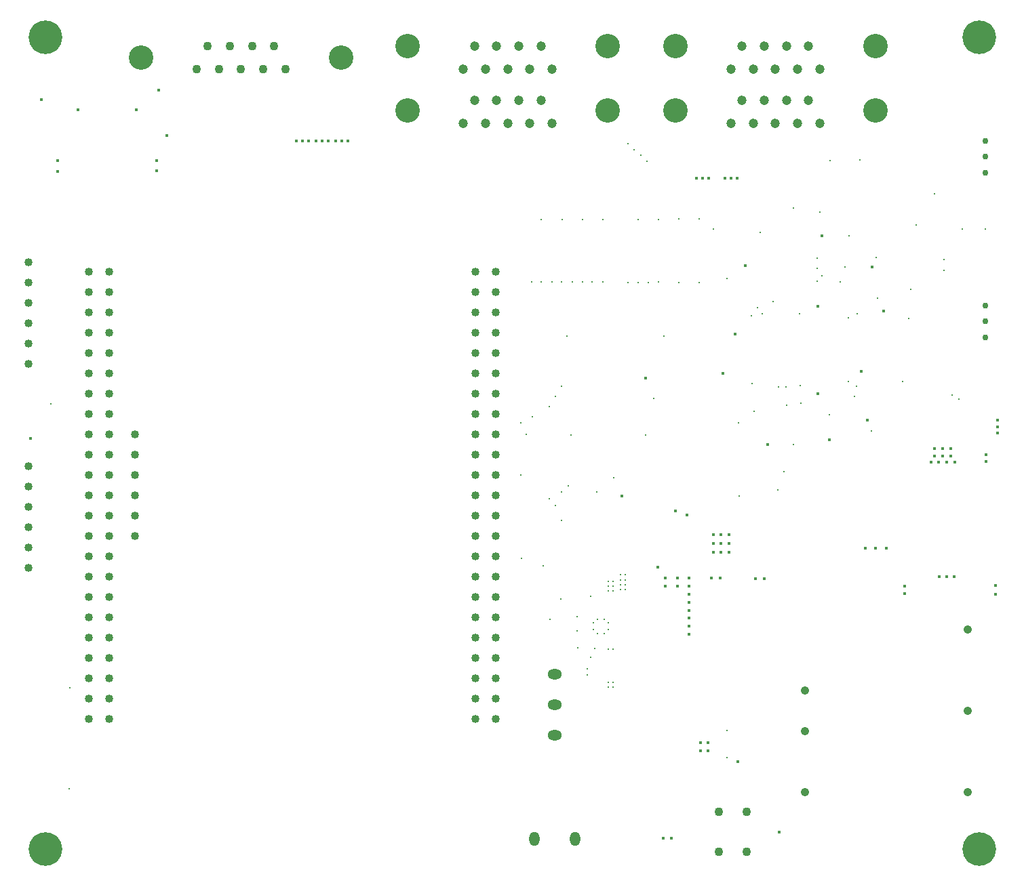
<source format=gbr>
%FSTAX23Y23*%
%MOIN*%
%SFA1B1*%

%IPPOS*%
%ADD135C,0.030000*%
%ADD136C,0.120000*%
%ADD137C,0.047000*%
%ADD138C,0.041339*%
%ADD139C,0.040000*%
%ADD140O,0.051181X0.070866*%
%ADD141O,0.070866X0.051181*%
%ADD142C,0.040000*%
%ADD143C,0.043307*%
%ADD144C,0.042913*%
%ADD145C,0.120079*%
%ADD146C,0.165354*%
%ADD147C,0.015748*%
%ADD148C,0.011811*%
%ADD149C,0.012000*%
%LNhardwarecontrollerpcb_pth_drill-1*%
%LPD*%
G54D135*
X04761Y02816D03*
Y02738D03*
Y02659D03*
Y03625D03*
Y03547D03*
Y03468D03*
G54D136*
X0422Y03775D03*
Y0409D03*
X03236Y03775D03*
Y0409D03*
X01921Y0409D03*
Y03775D03*
X02905Y0409D03*
Y03775D03*
G54D137*
X03892Y0409D03*
X03783D03*
X03674D03*
X03565D03*
X03946Y03978D03*
X03837D03*
X03728D03*
X03619D03*
X0351D03*
Y03712D03*
X03619D03*
X03728D03*
X03837D03*
X03946D03*
X03565Y03824D03*
X03674D03*
X03783D03*
X03892D03*
X02576Y03824D03*
X02467D03*
X02358D03*
X02249D03*
X02631Y03712D03*
X02522D03*
X02413D03*
X02304D03*
X02195D03*
Y03978D03*
X02304D03*
X02413D03*
X02522D03*
X02631D03*
X02249Y0409D03*
X02358D03*
X02467D03*
X02576D03*
G54D138*
X04675Y0042D03*
Y0082D03*
Y0122D03*
X03875Y0042D03*
Y0072D03*
Y0092D03*
G54D139*
X02255Y00781D03*
X02355D03*
X02255Y00881D03*
X02355D03*
X02255Y00981D03*
X02355D03*
X02255Y01081D03*
X02355D03*
X02255Y01181D03*
X02355D03*
X02255Y01281D03*
X02355D03*
X02255Y01381D03*
X02355D03*
X02255Y01481D03*
X02355D03*
X02255Y01581D03*
X02355D03*
X02255Y01681D03*
X02355D03*
X02255Y01781D03*
X02355D03*
X02255Y01881D03*
X02355D03*
X02255Y01981D03*
X02355D03*
X02255Y02081D03*
X02355D03*
X02255Y02181D03*
X02355D03*
X02255Y02281D03*
X02355D03*
X02255Y02381D03*
X02355D03*
X02255Y02481D03*
X02355D03*
X02255Y02581D03*
X02355D03*
X02255Y02681D03*
X02355D03*
X02255Y02781D03*
X02355D03*
X02255Y02881D03*
X02355D03*
X02255Y02981D03*
X02355D03*
X00355Y00781D03*
X00455D03*
X00355Y00881D03*
X00455D03*
X00355Y00981D03*
X00455D03*
X00355Y01081D03*
X00455D03*
X00355Y01181D03*
X00455D03*
X00355Y01281D03*
X00455D03*
X00355Y01381D03*
X00455D03*
X00355Y01481D03*
X00455D03*
X00355Y01581D03*
X00455D03*
X00355Y01681D03*
X00455D03*
X00355Y01781D03*
X00455D03*
X00355Y01881D03*
X00455D03*
X00355Y01981D03*
X00455D03*
X00355Y02081D03*
X00455D03*
X00355Y02181D03*
X00455D03*
X00355Y02281D03*
X00455D03*
X00355Y02381D03*
X00455D03*
X00355Y02481D03*
X00455D03*
X00355Y02581D03*
X00455D03*
X00355Y02681D03*
X00455D03*
X00355Y02781D03*
X00455D03*
X00355Y02881D03*
X00455D03*
X00355Y02981D03*
X00455D03*
X0058Y01681D03*
Y01781D03*
Y01881D03*
Y01981D03*
Y02081D03*
Y02181D03*
X00057Y02528D03*
Y02628D03*
Y02728D03*
X00057Y02828D03*
X00057Y02928D03*
Y03028D03*
G54D140*
X02543Y00192D03*
X02744D03*
G54D141*
X02643Y007D03*
Y0085D03*
Y01D03*
G54D142*
X00057Y02023D03*
Y01923D03*
Y01823D03*
Y01623D03*
Y01523D03*
Y01723D03*
G54D143*
X03449Y00127D03*
X03586D03*
X03449Y00324D03*
X03586D03*
G54D144*
X00883Y03979D03*
X00993D03*
X01102D03*
X01211D03*
X0132D03*
X00938Y04091D03*
X01047D03*
X01156D03*
X01265D03*
G54D145*
X01594Y04035D03*
X00609D03*
G54D146*
X0473Y00141D03*
Y04133D03*
X00141D03*
Y00141D03*
G54D147*
X00068Y02161D03*
X04273Y01622D03*
X04222D03*
X04169D03*
X03545Y0057D03*
X0012Y03828D03*
X03472Y02481D03*
X04181Y02251D03*
X04149Y0249D03*
X04262Y02787D03*
X03529Y02673D03*
X0461Y02045D03*
X04551Y02112D03*
X04511D03*
Y02076D03*
X04822Y02187D03*
Y02218D03*
Y0225D03*
X04535Y0148D03*
X04606D03*
X0457D03*
X03938Y02812D03*
Y02381D03*
X0369Y0213D03*
X03995Y02153D03*
X04204Y03003D03*
X03956Y03158D03*
X0358Y03012D03*
X03341Y0344D03*
X034D03*
X03481D03*
X0351D03*
X0354D03*
X0337D03*
X03092Y02458D03*
X02974Y01877D03*
X0459Y02112D03*
Y02076D03*
X04551D03*
X04494Y02045D03*
X04531D03*
X0457D03*
X04765Y02047D03*
Y0208D03*
X04364Y01399D03*
Y01433D03*
X04811Y01437D03*
Y01395D03*
X01568Y03624D03*
X01627D03*
X01598D03*
X01403Y03625D03*
X01531D03*
X01501D03*
X01472D03*
X01433D03*
X01374D03*
X03238Y01805D03*
X03295Y01783D03*
X03151Y01529D03*
X03462Y01643D03*
X03501Y016D03*
Y01643D03*
Y01687D03*
X03462Y016D03*
Y01687D03*
X03423D03*
Y01643D03*
Y016D03*
X00736Y03652D03*
X002Y03527D03*
Y03476D03*
X00301Y03777D03*
X00698Y03874D03*
X00586Y03777D03*
X00686Y03529D03*
Y03477D03*
X03748Y00226D03*
X03216Y00194D03*
X03177D03*
X03359Y00626D03*
X03398D03*
X03413Y01474D03*
X03458D03*
X03629Y01472D03*
X03675D03*
X03398Y00664D03*
X03359D03*
X03187Y01435D03*
Y01474D03*
X03246Y01435D03*
Y01474D03*
X03305Y01198D03*
Y01238D03*
Y01277D03*
Y01316D03*
Y01356D03*
Y01395D03*
Y01435D03*
Y01474D03*
G54D148*
X03098Y03523D03*
X03066Y03553D03*
X03035Y03582D03*
X03003Y03612D03*
X02704Y02663D03*
X02677Y01759D03*
X03053Y02929D03*
X03104Y02927D03*
X03003D03*
X0273Y02931D03*
X02828D03*
X00259Y00935D03*
X00257Y00437D03*
X03492Y00724D03*
X00167Y0233D03*
X04631Y02356D03*
X04598Y02374D03*
X04202Y02198D03*
X03549Y01879D03*
X0374Y01909D03*
X04117Y02369D03*
X04761Y03192D03*
X03769Y01998D03*
X03548Y02237D03*
X04127Y02419D03*
X04354Y0244D03*
X02476Y02238D03*
X02505Y02181D03*
X02535Y02269D03*
X02647Y02367D03*
Y0183D03*
X02618Y02318D03*
Y01866D03*
X02677Y02419D03*
X02588Y01535D03*
X02482Y0157D03*
X04385Y02751D03*
X04232Y0285D03*
X02476Y01981D03*
X04395Y02895D03*
X03155Y0293D03*
X03054Y03239D03*
X03154D03*
X04647Y03192D03*
X03613Y02432D03*
X0271Y01929D03*
X03131Y02358D03*
X03783Y02324D03*
X03745Y02415D03*
X03781D03*
X02677Y01897D03*
X03664Y02776D03*
X03639Y02804D03*
X03716Y02834D03*
X03958Y0296D03*
X03934Y02934D03*
X04225Y03052D03*
X04556Y03041D03*
Y02989D03*
X03354Y02929D03*
X03253D03*
X03179Y02663D03*
X02879Y02932D03*
X02779D03*
X02678D03*
X02578D03*
X0263Y02932D03*
X02529Y02932D03*
X03611Y02763D03*
X03848Y02773D03*
X04088Y02753D03*
Y02442D03*
X0385Y0242D03*
X03623Y02294D03*
X03816Y0213D03*
X03855Y02334D03*
X03995Y02279D03*
X03946Y03275D03*
X04511Y03365D03*
X04422Y03212D03*
X0407Y03003D03*
X04048Y02932D03*
X0409Y03159D03*
X04143Y03531D03*
X03996Y03527D03*
X03934Y02998D03*
Y03049D03*
X0349Y02948D03*
X03818Y03295D03*
X03423Y0319D03*
X03655Y03173D03*
X03092Y02179D03*
X02724D03*
X02935Y01968D03*
X02852Y01897D03*
X04129Y02773D03*
X03253Y0324D03*
X02578Y03239D03*
X02679D03*
X02779D03*
X0288D03*
X03354Y0324D03*
X03492Y0059D03*
X02753Y01214D03*
X02841Y01128D03*
X02966Y01419D03*
Y01466D03*
Y01442D03*
Y0149D03*
X0299Y01419D03*
Y0149D03*
Y01442D03*
Y01466D03*
X02907Y00962D03*
X02931Y00938D03*
X02907D03*
X02931Y00962D03*
Y01124D03*
X02907D03*
X02931Y01458D03*
X02907D03*
Y01435D03*
X02931D03*
Y01411D03*
X02907D03*
X0282Y01383D03*
X02675Y01372D03*
X0262Y01271D03*
X02753Y01285D03*
X02757Y01131D03*
X02803Y00998D03*
Y01029D03*
X0282Y01084D03*
G54D149*
X02854Y01201D03*
X02835Y0122D03*
X02854Y01272D03*
X02887Y01201D03*
X02906Y0122D03*
Y01254D03*
X02887Y01272D03*
X02835Y01254D03*
M02*
</source>
